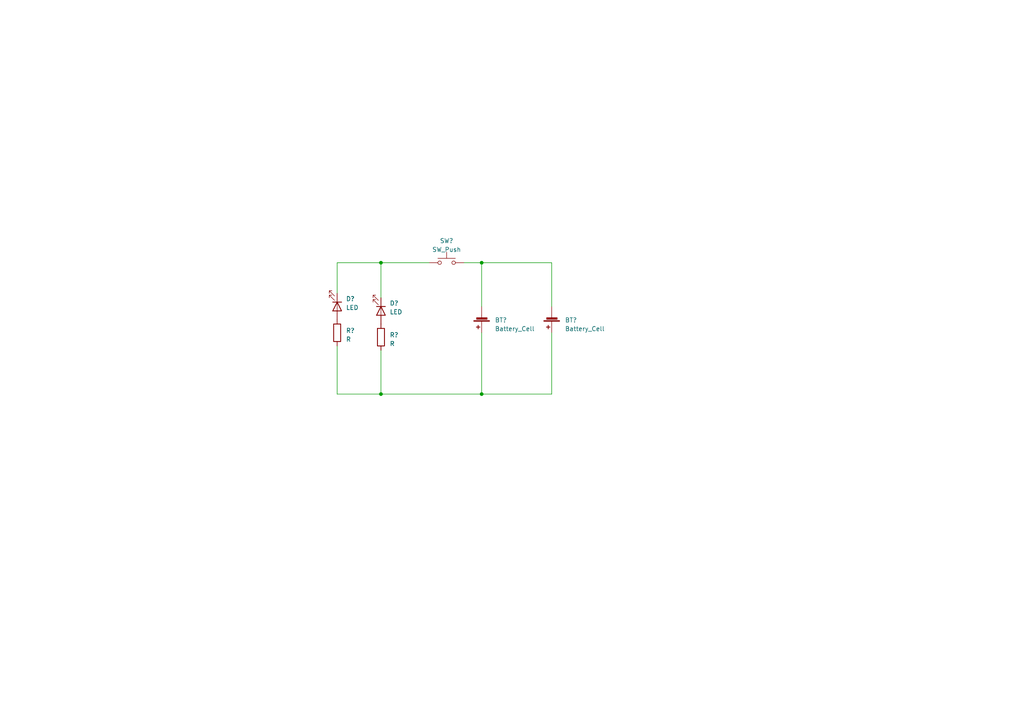
<source format=kicad_sch>
(kicad_sch (version 20230121) (generator eeschema)

  (uuid fef192ae-b268-42a8-9355-719dfc2ea952)

  (paper "A4")

  (lib_symbols
    (symbol "Device:Battery_Cell" (pin_numbers hide) (pin_names (offset 0) hide) (in_bom yes) (on_board yes)
      (property "Reference" "BT" (at 2.54 2.54 0)
        (effects (font (size 1.27 1.27)) (justify left))
      )
      (property "Value" "Battery_Cell" (at 2.54 0 0)
        (effects (font (size 1.27 1.27)) (justify left))
      )
      (property "Footprint" "" (at 0 1.524 90)
        (effects (font (size 1.27 1.27)) hide)
      )
      (property "Datasheet" "~" (at 0 1.524 90)
        (effects (font (size 1.27 1.27)) hide)
      )
      (property "ki_keywords" "battery cell" (at 0 0 0)
        (effects (font (size 1.27 1.27)) hide)
      )
      (property "ki_description" "Single-cell battery" (at 0 0 0)
        (effects (font (size 1.27 1.27)) hide)
      )
      (symbol "Battery_Cell_0_1"
        (rectangle (start -2.286 1.778) (end 2.286 1.524)
          (stroke (width 0) (type default))
          (fill (type outline))
        )
        (rectangle (start -1.5748 1.1938) (end 1.4732 0.6858)
          (stroke (width 0) (type default))
          (fill (type outline))
        )
        (polyline
          (pts
            (xy 0 0.762)
            (xy 0 0)
          )
          (stroke (width 0) (type default))
          (fill (type none))
        )
        (polyline
          (pts
            (xy 0 1.778)
            (xy 0 2.54)
          )
          (stroke (width 0) (type default))
          (fill (type none))
        )
        (polyline
          (pts
            (xy 0.508 3.429)
            (xy 1.524 3.429)
          )
          (stroke (width 0.254) (type default))
          (fill (type none))
        )
        (polyline
          (pts
            (xy 1.016 3.937)
            (xy 1.016 2.921)
          )
          (stroke (width 0.254) (type default))
          (fill (type none))
        )
      )
      (symbol "Battery_Cell_1_1"
        (pin passive line (at 0 5.08 270) (length 2.54)
          (name "+" (effects (font (size 1.27 1.27))))
          (number "1" (effects (font (size 1.27 1.27))))
        )
        (pin passive line (at 0 -2.54 90) (length 2.54)
          (name "-" (effects (font (size 1.27 1.27))))
          (number "2" (effects (font (size 1.27 1.27))))
        )
      )
    )
    (symbol "Device:LED" (pin_numbers hide) (pin_names (offset 1.016) hide) (in_bom yes) (on_board yes)
      (property "Reference" "D" (at 0 2.54 0)
        (effects (font (size 1.27 1.27)))
      )
      (property "Value" "LED" (at 0 -2.54 0)
        (effects (font (size 1.27 1.27)))
      )
      (property "Footprint" "" (at 0 0 0)
        (effects (font (size 1.27 1.27)) hide)
      )
      (property "Datasheet" "~" (at 0 0 0)
        (effects (font (size 1.27 1.27)) hide)
      )
      (property "ki_keywords" "LED diode" (at 0 0 0)
        (effects (font (size 1.27 1.27)) hide)
      )
      (property "ki_description" "Light emitting diode" (at 0 0 0)
        (effects (font (size 1.27 1.27)) hide)
      )
      (property "ki_fp_filters" "LED* LED_SMD:* LED_THT:*" (at 0 0 0)
        (effects (font (size 1.27 1.27)) hide)
      )
      (symbol "LED_0_1"
        (polyline
          (pts
            (xy -1.27 -1.27)
            (xy -1.27 1.27)
          )
          (stroke (width 0.254) (type default))
          (fill (type none))
        )
        (polyline
          (pts
            (xy -1.27 0)
            (xy 1.27 0)
          )
          (stroke (width 0) (type default))
          (fill (type none))
        )
        (polyline
          (pts
            (xy 1.27 -1.27)
            (xy 1.27 1.27)
            (xy -1.27 0)
            (xy 1.27 -1.27)
          )
          (stroke (width 0.254) (type default))
          (fill (type none))
        )
        (polyline
          (pts
            (xy -3.048 -0.762)
            (xy -4.572 -2.286)
            (xy -3.81 -2.286)
            (xy -4.572 -2.286)
            (xy -4.572 -1.524)
          )
          (stroke (width 0) (type default))
          (fill (type none))
        )
        (polyline
          (pts
            (xy -1.778 -0.762)
            (xy -3.302 -2.286)
            (xy -2.54 -2.286)
            (xy -3.302 -2.286)
            (xy -3.302 -1.524)
          )
          (stroke (width 0) (type default))
          (fill (type none))
        )
      )
      (symbol "LED_1_1"
        (pin passive line (at -3.81 0 0) (length 2.54)
          (name "K" (effects (font (size 1.27 1.27))))
          (number "1" (effects (font (size 1.27 1.27))))
        )
        (pin passive line (at 3.81 0 180) (length 2.54)
          (name "A" (effects (font (size 1.27 1.27))))
          (number "2" (effects (font (size 1.27 1.27))))
        )
      )
    )
    (symbol "Device:R" (pin_numbers hide) (pin_names (offset 0)) (in_bom yes) (on_board yes)
      (property "Reference" "R" (at 2.032 0 90)
        (effects (font (size 1.27 1.27)))
      )
      (property "Value" "R" (at 0 0 90)
        (effects (font (size 1.27 1.27)))
      )
      (property "Footprint" "" (at -1.778 0 90)
        (effects (font (size 1.27 1.27)) hide)
      )
      (property "Datasheet" "~" (at 0 0 0)
        (effects (font (size 1.27 1.27)) hide)
      )
      (property "ki_keywords" "R res resistor" (at 0 0 0)
        (effects (font (size 1.27 1.27)) hide)
      )
      (property "ki_description" "Resistor" (at 0 0 0)
        (effects (font (size 1.27 1.27)) hide)
      )
      (property "ki_fp_filters" "R_*" (at 0 0 0)
        (effects (font (size 1.27 1.27)) hide)
      )
      (symbol "R_0_1"
        (rectangle (start -1.016 -2.54) (end 1.016 2.54)
          (stroke (width 0.254) (type default))
          (fill (type none))
        )
      )
      (symbol "R_1_1"
        (pin passive line (at 0 3.81 270) (length 1.27)
          (name "~" (effects (font (size 1.27 1.27))))
          (number "1" (effects (font (size 1.27 1.27))))
        )
        (pin passive line (at 0 -3.81 90) (length 1.27)
          (name "~" (effects (font (size 1.27 1.27))))
          (number "2" (effects (font (size 1.27 1.27))))
        )
      )
    )
    (symbol "Switch:SW_Push" (pin_numbers hide) (pin_names (offset 1.016) hide) (in_bom yes) (on_board yes)
      (property "Reference" "Push button" (at 1.27 2.54 0)
        (effects (font (size 1.27 1.27)) (justify left))
      )
      (property "Value" "Push button" (at 0 -1.524 0)
        (effects (font (size 1.27 1.27)))
      )
      (property "Footprint" "" (at 0 5.08 0)
        (effects (font (size 1.27 1.27)) hide)
      )
      (property "Datasheet" "~" (at 0 5.08 0)
        (effects (font (size 1.27 1.27)) hide)
      )
      (property "ki_keywords" "switch normally-open pushbutton push-button" (at 0 0 0)
        (effects (font (size 1.27 1.27)) hide)
      )
      (property "ki_description" "Push button switch, generic, two pins" (at 0 0 0)
        (effects (font (size 1.27 1.27)) hide)
      )
      (symbol "SW_Push_0_1"
        (circle (center -2.032 0) (radius 0.508)
          (stroke (width 0) (type default))
          (fill (type none))
        )
        (polyline
          (pts
            (xy 0 1.27)
            (xy 0 3.048)
          )
          (stroke (width 0) (type default))
          (fill (type none))
        )
        (polyline
          (pts
            (xy 2.54 1.27)
            (xy -2.54 1.27)
          )
          (stroke (width 0) (type default))
          (fill (type none))
        )
        (circle (center 2.032 0) (radius 0.508)
          (stroke (width 0) (type default))
          (fill (type none))
        )
        (pin passive line (at -5.08 0 0) (length 2.54)
          (name "1" (effects (font (size 1.27 1.27))))
          (number "1" (effects (font (size 1.27 1.27))))
        )
        (pin passive line (at 5.08 0 180) (length 2.54)
          (name "2" (effects (font (size 1.27 1.27))))
          (number "2" (effects (font (size 1.27 1.27))))
        )
      )
    )
  )

  (junction (at 110.49 114.3) (diameter 0) (color 0 0 0 0)
    (uuid 6aa4ce6c-38ab-4598-b714-7b3ecd382c66)
  )
  (junction (at 110.49 76.2) (diameter 0) (color 0 0 0 0)
    (uuid 74046896-d1e9-4041-9e5a-21a6afb72423)
  )
  (junction (at 139.7 76.2) (diameter 0) (color 0 0 0 0)
    (uuid 9241c279-04ba-41bd-a607-83aa42f58784)
  )
  (junction (at 139.7 114.3) (diameter 0) (color 0 0 0 0)
    (uuid c898d1e2-fa09-4a75-bd93-a714814f6e7e)
  )

  (wire (pts (xy 139.7 114.3) (xy 139.7 96.52))
    (stroke (width 0) (type default))
    (uuid 23a78787-2172-4a2a-a669-98d6b89d9884)
  )
  (wire (pts (xy 139.7 76.2) (xy 139.7 88.9))
    (stroke (width 0) (type default))
    (uuid 24bd5e5a-00b5-4248-a8db-ebc477ee75c3)
  )
  (wire (pts (xy 110.49 76.2) (xy 110.49 86.36))
    (stroke (width 0) (type default))
    (uuid 351ef5ec-f5e8-4de8-8f4b-eddfaea4cdbd)
  )
  (wire (pts (xy 97.79 85.09) (xy 97.79 76.2))
    (stroke (width 0) (type default))
    (uuid 46551bb3-e213-47e0-b734-f661d3678c57)
  )
  (wire (pts (xy 139.7 114.3) (xy 160.02 114.3))
    (stroke (width 0) (type default))
    (uuid 52a49be7-1e60-44a8-a635-c4131b3845ec)
  )
  (wire (pts (xy 134.62 76.2) (xy 139.7 76.2))
    (stroke (width 0) (type default))
    (uuid 772e16bd-9ed9-4faf-b5e4-8aa9d4249f0f)
  )
  (wire (pts (xy 160.02 76.2) (xy 160.02 88.9))
    (stroke (width 0) (type default))
    (uuid 79229388-5275-4ec4-88e9-c9e4fddbaffa)
  )
  (wire (pts (xy 139.7 76.2) (xy 160.02 76.2))
    (stroke (width 0) (type default))
    (uuid 80d083f9-b1f7-45a3-b787-c43d7bd2280b)
  )
  (wire (pts (xy 110.49 114.3) (xy 139.7 114.3))
    (stroke (width 0) (type default))
    (uuid 8efb9a0f-202f-49d5-8174-512cfa7e1829)
  )
  (wire (pts (xy 97.79 100.33) (xy 97.79 114.3))
    (stroke (width 0) (type default))
    (uuid 90352de4-1297-4564-a245-cf248a6abfa3)
  )
  (wire (pts (xy 97.79 114.3) (xy 110.49 114.3))
    (stroke (width 0) (type default))
    (uuid 9fa13c65-903f-4606-9958-559a269380d3)
  )
  (wire (pts (xy 160.02 114.3) (xy 160.02 96.52))
    (stroke (width 0) (type default))
    (uuid ab2a02d8-f200-47c1-a3b4-ccfab7488d6d)
  )
  (wire (pts (xy 97.79 76.2) (xy 110.49 76.2))
    (stroke (width 0) (type default))
    (uuid bbb61ef9-99c0-4caf-aa44-4327fe2f10b5)
  )
  (wire (pts (xy 110.49 101.6) (xy 110.49 114.3))
    (stroke (width 0) (type default))
    (uuid ccfdd117-79da-4771-9b68-5657bd0e792c)
  )
  (wire (pts (xy 110.49 76.2) (xy 124.46 76.2))
    (stroke (width 0) (type default))
    (uuid cf450bbc-8f00-4c23-a2bf-58eea49336fd)
  )

  (symbol (lib_id "Device:Battery_Cell") (at 160.02 91.44 180) (unit 1)
    (in_bom yes) (on_board yes) (dnp no) (fields_autoplaced)
    (uuid 18d15572-0cb6-48fa-9305-5963f952a25a)
    (property "Reference" "BT?" (at 163.83 92.837 0)
      (effects (font (size 1.27 1.27)) (justify right))
    )
    (property "Value" "Battery_Cell" (at 163.83 95.377 0)
      (effects (font (size 1.27 1.27)) (justify right))
    )
    (property "Footprint" "" (at 160.02 92.964 90)
      (effects (font (size 1.27 1.27)) hide)
    )
    (property "Datasheet" "~" (at 160.02 92.964 90)
      (effects (font (size 1.27 1.27)) hide)
    )
    (pin "1" (uuid 786f6ea0-757f-4e0e-945e-2f8d4e6e924e))
    (pin "2" (uuid 5c1856af-63f1-49a6-8c79-3dafe3bad982))
    (instances
      (project "Simple LED Project"
        (path "/fef192ae-b268-42a8-9355-719dfc2ea952"
          (reference "BT?") (unit 1)
        )
      )
    )
  )

  (symbol (lib_id "Device:LED") (at 110.49 90.17 270) (unit 1)
    (in_bom yes) (on_board yes) (dnp no) (fields_autoplaced)
    (uuid 2d335d3b-3c9f-41ac-8832-f95c64c4d793)
    (property "Reference" "D?" (at 113.03 87.9475 90)
      (effects (font (size 1.27 1.27)) (justify left))
    )
    (property "Value" "LED" (at 113.03 90.4875 90)
      (effects (font (size 1.27 1.27)) (justify left))
    )
    (property "Footprint" "" (at 110.49 90.17 0)
      (effects (font (size 1.27 1.27)) hide)
    )
    (property "Datasheet" "~" (at 110.49 90.17 0)
      (effects (font (size 1.27 1.27)) hide)
    )
    (pin "1" (uuid d4fca696-eb79-4283-a253-223b85afbedc))
    (pin "2" (uuid ca650105-8fa7-4e39-a48e-1fa8879743d6))
    (instances
      (project "Simple LED Project"
        (path "/fef192ae-b268-42a8-9355-719dfc2ea952"
          (reference "D?") (unit 1)
        )
      )
    )
  )

  (symbol (lib_id "Device:R") (at 110.49 97.79 0) (unit 1)
    (in_bom yes) (on_board yes) (dnp no) (fields_autoplaced)
    (uuid 4c752e91-82aa-42eb-8dd5-e766186945fc)
    (property "Reference" "R?" (at 113.03 97.155 0)
      (effects (font (size 1.27 1.27)) (justify left))
    )
    (property "Value" "R" (at 113.03 99.695 0)
      (effects (font (size 1.27 1.27)) (justify left))
    )
    (property "Footprint" "" (at 108.712 97.79 90)
      (effects (font (size 1.27 1.27)) hide)
    )
    (property "Datasheet" "~" (at 110.49 97.79 0)
      (effects (font (size 1.27 1.27)) hide)
    )
    (pin "1" (uuid 88bb4e43-331c-4357-aae4-77f51f9ed580))
    (pin "2" (uuid f7433887-1e81-4d23-baa4-ff6c38cd5efa))
    (instances
      (project "Simple LED Project"
        (path "/fef192ae-b268-42a8-9355-719dfc2ea952"
          (reference "R?") (unit 1)
        )
      )
    )
  )

  (symbol (lib_id "Switch:SW_Push") (at 129.54 76.2 0) (unit 1)
    (in_bom yes) (on_board yes) (dnp no) (fields_autoplaced)
    (uuid 85f4a0f2-1da4-4468-b377-465501abcb2a)
    (property "Reference" "SW?" (at 129.54 69.85 0)
      (effects (font (size 1.27 1.27)))
    )
    (property "Value" "SW_Push" (at 129.54 72.39 0)
      (effects (font (size 1.27 1.27)))
    )
    (property "Footprint" "" (at 129.54 71.12 0)
      (effects (font (size 1.27 1.27)) hide)
    )
    (property "Datasheet" "~" (at 129.54 71.12 0)
      (effects (font (size 1.27 1.27)) hide)
    )
    (pin "1" (uuid af532fa8-d29d-4f42-90b6-092d686761f8))
    (pin "2" (uuid 115c986a-371f-4a3e-8ed7-f45b331b2a01))
    (instances
      (project "Simple LED Project"
        (path "/fef192ae-b268-42a8-9355-719dfc2ea952"
          (reference "SW?") (unit 1)
        )
      )
    )
  )

  (symbol (lib_id "Device:R") (at 97.79 96.52 0) (unit 1)
    (in_bom yes) (on_board yes) (dnp no) (fields_autoplaced)
    (uuid b4df713e-b43d-4770-99fb-383e9be6dc45)
    (property "Reference" "R?" (at 100.33 95.885 0)
      (effects (font (size 1.27 1.27)) (justify left))
    )
    (property "Value" "R" (at 100.33 98.425 0)
      (effects (font (size 1.27 1.27)) (justify left))
    )
    (property "Footprint" "" (at 96.012 96.52 90)
      (effects (font (size 1.27 1.27)) hide)
    )
    (property "Datasheet" "~" (at 97.79 96.52 0)
      (effects (font (size 1.27 1.27)) hide)
    )
    (pin "1" (uuid 4f9222cc-d2fe-4794-8cc0-44c7c1b345dd))
    (pin "2" (uuid fdb3c45a-1f11-4ad8-9825-56c4f1328f30))
    (instances
      (project "Simple LED Project"
        (path "/fef192ae-b268-42a8-9355-719dfc2ea952"
          (reference "R?") (unit 1)
        )
      )
    )
  )

  (symbol (lib_id "Device:LED") (at 97.79 88.9 270) (unit 1)
    (in_bom yes) (on_board yes) (dnp no) (fields_autoplaced)
    (uuid b7a37462-b26b-4d62-8110-15acf6c95791)
    (property "Reference" "D?" (at 100.33 86.6775 90)
      (effects (font (size 1.27 1.27)) (justify left))
    )
    (property "Value" "LED" (at 100.33 89.2175 90)
      (effects (font (size 1.27 1.27)) (justify left))
    )
    (property "Footprint" "" (at 97.79 88.9 0)
      (effects (font (size 1.27 1.27)) hide)
    )
    (property "Datasheet" "~" (at 97.79 88.9 0)
      (effects (font (size 1.27 1.27)) hide)
    )
    (pin "1" (uuid 2a1058f5-eb61-4206-928b-15daf3972438))
    (pin "2" (uuid f620aed8-d093-4523-a9db-78975a69709e))
    (instances
      (project "Simple LED Project"
        (path "/fef192ae-b268-42a8-9355-719dfc2ea952"
          (reference "D?") (unit 1)
        )
      )
    )
  )

  (symbol (lib_id "Device:Battery_Cell") (at 139.7 91.44 180) (unit 1)
    (in_bom yes) (on_board yes) (dnp no) (fields_autoplaced)
    (uuid dddc3995-ce5d-458b-99e0-cb182f07727a)
    (property "Reference" "BT?" (at 143.51 92.837 0)
      (effects (font (size 1.27 1.27)) (justify right))
    )
    (property "Value" "Battery_Cell" (at 143.51 95.377 0)
      (effects (font (size 1.27 1.27)) (justify right))
    )
    (property "Footprint" "" (at 139.7 92.964 90)
      (effects (font (size 1.27 1.27)) hide)
    )
    (property "Datasheet" "~" (at 139.7 92.964 90)
      (effects (font (size 1.27 1.27)) hide)
    )
    (pin "1" (uuid a1dc71f6-b56b-43ab-ace1-9d1ebee3e3a3))
    (pin "2" (uuid 38ae09fc-3f1f-42bf-a0d5-7365261a29ed))
    (instances
      (project "Simple LED Project"
        (path "/fef192ae-b268-42a8-9355-719dfc2ea952"
          (reference "BT?") (unit 1)
        )
      )
    )
  )

  (sheet_instances
    (path "/" (page "1"))
  )
)

</source>
